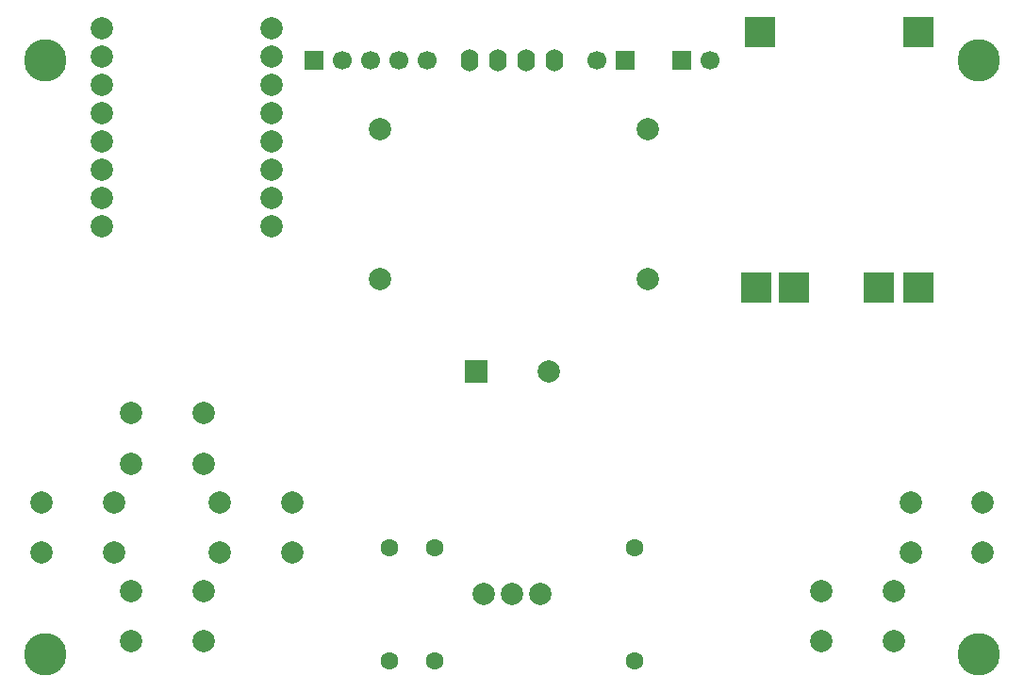
<source format=gbr>
%TF.GenerationSoftware,KiCad,Pcbnew,9.0.3+dfsg-1*%
%TF.CreationDate,2025-12-19T19:54:46+01:00*%
%TF.ProjectId,schematics,73636865-6d61-4746-9963-732e6b696361,rev?*%
%TF.SameCoordinates,Original*%
%TF.FileFunction,Soldermask,Bot*%
%TF.FilePolarity,Negative*%
%FSLAX46Y46*%
G04 Gerber Fmt 4.6, Leading zero omitted, Abs format (unit mm)*
G04 Created by KiCad (PCBNEW 9.0.3+dfsg-1) date 2025-12-19 19:54:46*
%MOMM*%
%LPD*%
G01*
G04 APERTURE LIST*
%ADD10C,1.700000*%
%ADD11R,1.700000X1.700000*%
%ADD12R,2.800000X2.800000*%
%ADD13C,2.600000*%
%ADD14C,3.800000*%
%ADD15C,2.000000*%
%ADD16C,1.600000*%
%ADD17R,2.000000X2.000000*%
%ADD18O,1.600000X2.000000*%
G04 APERTURE END LIST*
D10*
%TO.C,POW1*%
X117780000Y-72060000D03*
D11*
X115240000Y-72060000D03*
%TD*%
D12*
%TO.C,BatteryCharger1*%
X122225000Y-69520000D03*
X125325000Y-92420000D03*
X121925000Y-92420000D03*
X136425000Y-69520000D03*
X132925000Y-92420000D03*
X136425000Y-92420000D03*
%TD*%
D13*
%TO.C,H2*%
X141910000Y-125400000D03*
D14*
X141910000Y-125400000D03*
%TD*%
D15*
%TO.C,RIGHT1*%
X73750000Y-111750000D03*
X80250000Y-111750000D03*
X73750000Y-116250000D03*
X80250000Y-116250000D03*
%TD*%
%TO.C,B1*%
X127750000Y-119750000D03*
X134250000Y-119750000D03*
X127750000Y-124250000D03*
X134250000Y-124250000D03*
%TD*%
%TO.C,DOWN1*%
X65750000Y-119750000D03*
X72250000Y-119750000D03*
X65750000Y-124250000D03*
X72250000Y-124250000D03*
%TD*%
D16*
%TO.C,R1*%
X93000000Y-115840000D03*
X93000000Y-126000000D03*
%TD*%
D15*
%TO.C,UP1*%
X65750000Y-103750000D03*
X72250000Y-103750000D03*
X65750000Y-108250000D03*
X72250000Y-108250000D03*
%TD*%
D10*
%TO.C,BAT1*%
X107620000Y-72060000D03*
D11*
X110160000Y-72060000D03*
%TD*%
D15*
%TO.C,Regulator1*%
X88125000Y-91735000D03*
X112125000Y-91735000D03*
X112125000Y-78235000D03*
X88125000Y-78235000D03*
%TD*%
%TO.C,A1*%
X135750000Y-111750000D03*
X142250000Y-111750000D03*
X135750000Y-116250000D03*
X142250000Y-116250000D03*
%TD*%
%TO.C,LEFT1*%
X57750000Y-111750000D03*
X64250000Y-111750000D03*
X57750000Y-116250000D03*
X64250000Y-116250000D03*
%TD*%
%TO.C,TMP1*%
X102540000Y-120000000D03*
X100000000Y-120000000D03*
X97460000Y-120000000D03*
%TD*%
D13*
%TO.C,H4*%
X58090000Y-72060000D03*
D14*
X58090000Y-72060000D03*
%TD*%
D17*
%TO.C,BZ1*%
X96750000Y-100000000D03*
D15*
X103250000Y-100000000D03*
%TD*%
D11*
%TO.C,IO1*%
X82220000Y-72060000D03*
D10*
X84760000Y-72060000D03*
X87300000Y-72060000D03*
X89840000Y-72060000D03*
X92380000Y-72060000D03*
%TD*%
D16*
%TO.C,R3*%
X111000000Y-115840000D03*
X111000000Y-126000000D03*
%TD*%
D18*
%TO.C,128x64OLED1*%
X96190000Y-72060000D03*
X98730000Y-72060000D03*
X101270000Y-72060000D03*
X103810000Y-72060000D03*
%TD*%
D16*
%TO.C,R2*%
X89000000Y-126000000D03*
X89000000Y-115840000D03*
%TD*%
D13*
%TO.C,H3*%
X58090000Y-125400000D03*
D14*
X58090000Y-125400000D03*
%TD*%
D15*
%TO.C,ESP32*%
X78410000Y-86925000D03*
X78410000Y-84385000D03*
X78410000Y-81845000D03*
X78410000Y-79305000D03*
X78410000Y-74225000D03*
X78410000Y-76765000D03*
X63170000Y-69145000D03*
X78410000Y-69145000D03*
X63170000Y-71685000D03*
X63170000Y-74225000D03*
X63170000Y-76765000D03*
X63170000Y-79305000D03*
X63170000Y-81845000D03*
X63170000Y-84385000D03*
X63170000Y-86925000D03*
X78410000Y-71685000D03*
%TD*%
D13*
%TO.C,H1*%
X141910000Y-72060000D03*
D14*
X141910000Y-72060000D03*
%TD*%
M02*

</source>
